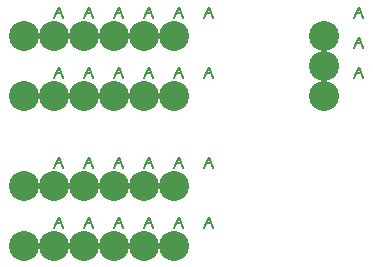
<source format=gbr>
G04 EasyPC Gerber Version 21.0.3 Build 4286 *
G04 #@! TF.Part,Single*
G04 #@! TF.FileFunction,Drillmap *
G04 #@! TF.FilePolarity,Positive *
%FSLAX35Y35*%
%MOIN*%
%ADD14C,0.00500*%
G04 #@! TA.AperFunction,WasherPad*
%ADD13C,0.10000*%
X0Y0D02*
D02*
D13*
X50250Y80250D03*
Y100250D03*
Y130250D03*
Y150250D03*
X60250Y80250D03*
Y100250D03*
Y130250D03*
Y150250D03*
X70250Y80250D03*
Y100250D03*
Y130250D03*
Y150250D03*
X80250Y80250D03*
Y100250D03*
Y130250D03*
Y150250D03*
X90250Y80250D03*
Y100250D03*
Y130250D03*
Y150250D03*
X100250Y80250D03*
Y100250D03*
Y130250D03*
Y150250D03*
X150250Y130250D03*
Y140250D03*
Y150250D03*
D02*
D14*
X60250Y86187D02*
X61813Y89937D01*
X63375Y86187*
X60875Y87750D02*
X62750D01*
X60250Y106187D02*
X61813Y109937D01*
X63375Y106187*
X60875Y107750D02*
X62750D01*
X60250Y136187D02*
X61813Y139937D01*
X63375Y136187*
X60875Y137750D02*
X62750D01*
X60250Y156187D02*
X61813Y159937D01*
X63375Y156187*
X60875Y157750D02*
X62750D01*
X70250Y86187D02*
X71813Y89937D01*
X73375Y86187*
X70875Y87750D02*
X72750D01*
X70250Y106187D02*
X71813Y109937D01*
X73375Y106187*
X70875Y107750D02*
X72750D01*
X70250Y136187D02*
X71813Y139937D01*
X73375Y136187*
X70875Y137750D02*
X72750D01*
X70250Y156187D02*
X71813Y159937D01*
X73375Y156187*
X70875Y157750D02*
X72750D01*
X80250Y86187D02*
X81813Y89937D01*
X83375Y86187*
X80875Y87750D02*
X82750D01*
X80250Y106187D02*
X81813Y109937D01*
X83375Y106187*
X80875Y107750D02*
X82750D01*
X80250Y136187D02*
X81813Y139937D01*
X83375Y136187*
X80875Y137750D02*
X82750D01*
X80250Y156187D02*
X81813Y159937D01*
X83375Y156187*
X80875Y157750D02*
X82750D01*
X90250Y86187D02*
X91813Y89937D01*
X93375Y86187*
X90875Y87750D02*
X92750D01*
X90250Y106187D02*
X91813Y109937D01*
X93375Y106187*
X90875Y107750D02*
X92750D01*
X90250Y136187D02*
X91813Y139937D01*
X93375Y136187*
X90875Y137750D02*
X92750D01*
X90250Y156187D02*
X91813Y159937D01*
X93375Y156187*
X90875Y157750D02*
X92750D01*
X100250Y86187D02*
X101813Y89937D01*
X103375Y86187*
X100875Y87750D02*
X102750D01*
X100250Y106187D02*
X101813Y109937D01*
X103375Y106187*
X100875Y107750D02*
X102750D01*
X100250Y136187D02*
X101813Y139937D01*
X103375Y136187*
X100875Y137750D02*
X102750D01*
X100250Y156187D02*
X101813Y159937D01*
X103375Y156187*
X100875Y157750D02*
X102750D01*
X110250Y86187D02*
X111813Y89937D01*
X113375Y86187*
X110875Y87750D02*
X112750D01*
X110250Y106187D02*
X111813Y109937D01*
X113375Y106187*
X110875Y107750D02*
X112750D01*
X110250Y136187D02*
X111813Y139937D01*
X113375Y136187*
X110875Y137750D02*
X112750D01*
X110250Y156187D02*
X111813Y159937D01*
X113375Y156187*
X110875Y157750D02*
X112750D01*
X160250Y136187D02*
X161813Y139937D01*
X163375Y136187*
X160875Y137750D02*
X162750D01*
X160250Y146187D02*
X161813Y149937D01*
X163375Y146187*
X160875Y147750D02*
X162750D01*
X160250Y156187D02*
X161813Y159937D01*
X163375Y156187*
X160875Y157750D02*
X162750D01*
X0Y0D02*
M02*

</source>
